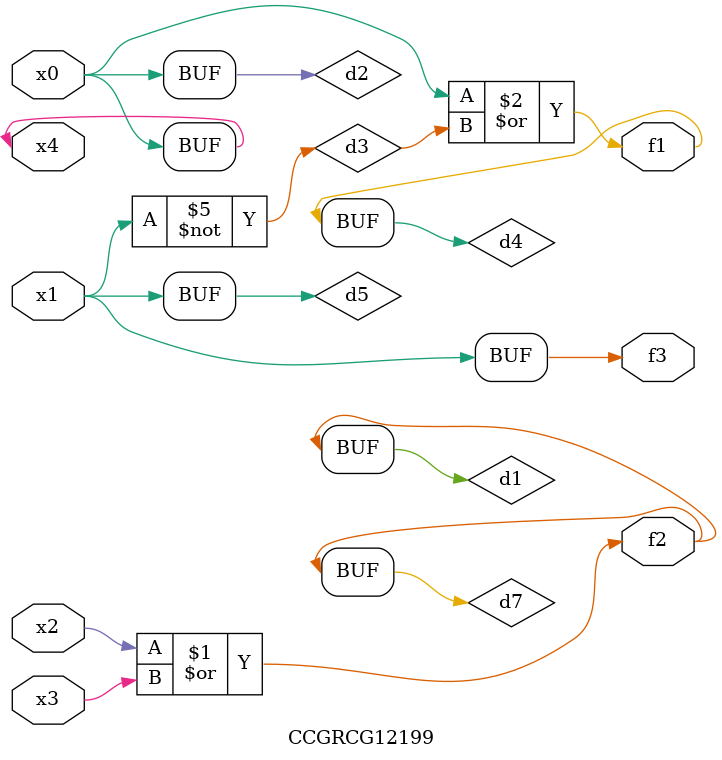
<source format=v>
module CCGRCG12199(
	input x0, x1, x2, x3, x4,
	output f1, f2, f3
);

	wire d1, d2, d3, d4, d5, d6, d7;

	or (d1, x2, x3);
	buf (d2, x0, x4);
	not (d3, x1);
	or (d4, d2, d3);
	not (d5, d3);
	nand (d6, d1, d3);
	or (d7, d1);
	assign f1 = d4;
	assign f2 = d7;
	assign f3 = d5;
endmodule

</source>
